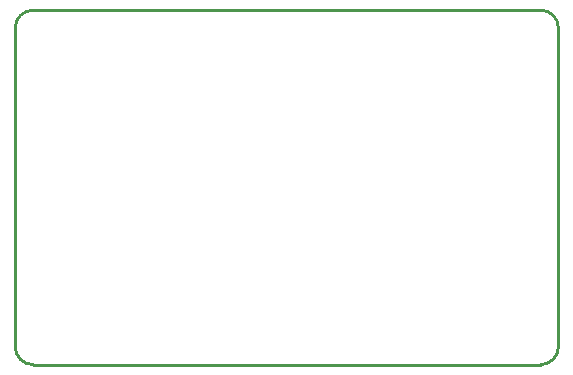
<source format=gm1>
G04*
G04 #@! TF.GenerationSoftware,Altium Limited,Altium Designer,21.2.2 (38)*
G04*
G04 Layer_Color=16711935*
%FSLAX25Y25*%
%MOIN*%
G70*
G04*
G04 #@! TF.SameCoordinates,90EED6A2-F189-4C83-9C70-3762F5BC3ACE*
G04*
G04*
G04 #@! TF.FilePolarity,Positive*
G04*
G01*
G75*
%ADD10C,0.01000*%
D10*
X0Y5906D02*
G03*
X5906Y0I5906J0D01*
G01*
X175197Y0D02*
G03*
X181102Y5906I0J5906D01*
G01*
X5906Y118110D02*
G03*
X0Y112205I0J-5906D01*
G01*
X181102Y112205D02*
G03*
X175197Y118110I-5906J0D01*
G01*
X181102Y5906D02*
Y112205D01*
X5906Y118110D02*
X175197D01*
X5906Y0D02*
X175197D01*
X0Y5906D02*
Y112205D01*
M02*

</source>
